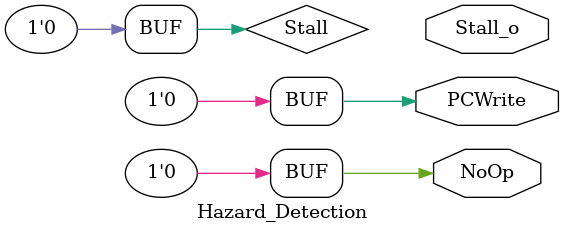
<source format=v>
module Hazard_Detection
(
    // EX2MEM_RegWrite,
    // EX2MEM_Rd,
    // MEM2WB_RegWrite,
    // MEM2WB_Rd,
    // ID2EX_MemRead,
    // ID2EX_Rs1,
    // ID2EX_Rs2,
    // ID2EX_RegWrite,
    // ID2EX_Rd,
    PCWrite,
    Stall_o,
    NoOp
);

// Interface
output PCWrite;
output Stall_o;
output NoOp;

// TODO: Implementation
assign PCWrite = 1'b0;
assign Stall = 1'b0;
assign NoOp = 1'b0;

endmodule
</source>
